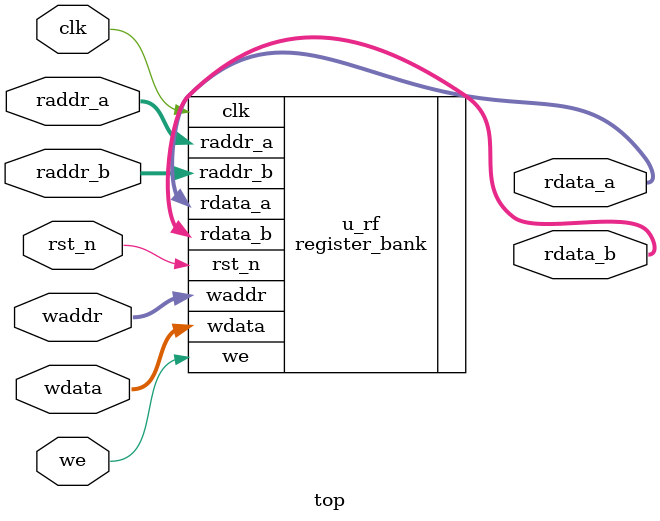
<source format=sv>
`include "register_bank.sv"

module top #(
  parameter int WIDTH = 16,
  parameter int DEPTH = 8
)(
  input  logic                     clk,
  input  logic                     rst_n,

  // Interface de escrita
  input  logic                     we,
  input  logic [$clog2(DEPTH)-1:0] waddr,
  input  logic [WIDTH-1:0]         wdata,

  // Interfaces de leitura (duas portas)
  input  logic [$clog2(DEPTH)-1:0] raddr_a,
  output logic [WIDTH-1:0]         rdata_a,
  input  logic [$clog2(DEPTH)-1:0] raddr_b,
  output logic [WIDTH-1:0]         rdata_b
);

  register_bank #(.WIDTH(WIDTH), .DEPTH(DEPTH)) u_rf (
    .clk     (clk),
    .rst_n   (rst_n),
    .we      (we),
    .waddr   (waddr),
    .wdata   (wdata),
    .raddr_a (raddr_a),
    .rdata_a (rdata_a),
    .raddr_b (raddr_b),
    .rdata_b (rdata_b)
  );

endmodule


</source>
